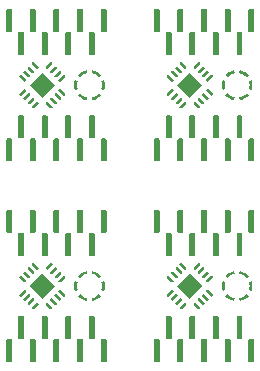
<source format=gtp>
G75*
%FSLAX44Y44*%
%MOMM*%

G36*
X-44367Y-81409D2*
X-46716Y-80554D1*
X-47304Y-82751D1*
X-47500Y-85000D1*
X-47304Y-87249D1*
X-46716Y-89446D1*
X-44367Y-88591D1*
X-44842Y-86817D1*
X-45000Y-85000D1*
X-44842Y-83183D1*
X-44367Y-81409D1*
G37*

G36*
X-42543Y-91749D2*
X-44459Y-93356D1*
X-42850Y-94964D1*
X-41000Y-96258D1*
X-38954Y-97213D1*
X-36757Y-97803D1*
X-36323Y-95340D1*
X-38098Y-94864D1*
X-39750Y-94093D1*
X-41244Y-93048D1*
X-42543Y-91749D1*
G37*

G36*
X-32677Y-95340D2*
X-32243Y-97803D1*
X-30046Y-97213D1*
X-28000Y-96258D1*
X-26150Y-94964D1*
X-24541Y-93356D1*
X-26457Y-91749D1*
X-27756Y-93048D1*
X-29250Y-94093D1*
X-30902Y-94864D1*
X-32677Y-95340D1*
G37*

G36*
X-24633Y-88591D2*
X-22284Y-89446D1*
X-21696Y-87249D1*
X-21500Y-85000D1*
X-21696Y-82751D1*
X-22284Y-80554D1*
X-24633Y-81409D1*
X-24158Y-83183D1*
X-24000Y-85000D1*
X-24158Y-86817D1*
X-24633Y-88591D1*
G37*

G36*
X-26457Y-78251D2*
X-24541Y-76644D1*
X-26150Y-75036D1*
X-28000Y-73742D1*
X-30046Y-72787D1*
X-32243Y-72197D1*
X-32677Y-74660D1*
X-30902Y-75136D1*
X-29250Y-75907D1*
X-27756Y-76952D1*
X-26457Y-78251D1*
G37*

G36*
X-36323Y-74660D2*
X-36757Y-72197D1*
X-38954Y-72787D1*
X-41000Y-73742D1*
X-42850Y-75036D1*
X-44459Y-76644D1*
X-42543Y-78251D1*
X-41244Y-76952D1*
X-39750Y-75907D1*
X-38098Y-75136D1*
X-36323Y-74660D1*
G37*

G36*
X-88784Y-88394D2*
X-89491Y-88101D1*
X-90198Y-88394D1*
X-93733Y-91930D1*
X-94026Y-92637D1*
X-93733Y-93344D1*
X-93450Y-93627D1*
X-92743Y-93920D1*
X-92036Y-93627D1*
X-88501Y-90091D1*
X-88208Y-89384D1*
X-88501Y-88677D1*
X-88784Y-88394D1*
G37*

G36*
X-85248Y-91930D2*
X-85955Y-91637D1*
X-86662Y-91930D1*
X-90198Y-95465D1*
X-90491Y-96172D1*
X-90198Y-96879D1*
X-89915Y-97162D1*
X-89208Y-97455D1*
X-88501Y-97162D1*
X-84965Y-93627D1*
X-84672Y-92920D1*
X-84965Y-92212D1*
X-85248Y-91930D1*
G37*

G36*
X-81712Y-95465D2*
X-82420Y-95172D1*
X-83127Y-95465D1*
X-86662Y-99001D1*
X-86955Y-99708D1*
X-86662Y-100415D1*
X-86379Y-100698D1*
X-85672Y-100991D1*
X-84965Y-100698D1*
X-81430Y-97162D1*
X-81137Y-96455D1*
X-81430Y-95748D1*
X-81712Y-95465D1*
G37*

G36*
X-78177Y-99001D2*
X-78884Y-98708D1*
X-79591Y-99001D1*
X-83127Y-102536D1*
X-83420Y-103243D1*
X-83127Y-103950D1*
X-82844Y-104233D1*
X-82137Y-104526D1*
X-81430Y-104233D1*
X-77894Y-100698D1*
X-77601Y-99991D1*
X-77894Y-99284D1*
X-78177Y-99001D1*
G37*

G36*
X-71106Y-99284D2*
X-71399Y-99991D1*
X-71106Y-100698D1*
X-67570Y-104233D1*
X-66863Y-104526D1*
X-66156Y-104233D1*
X-65873Y-103950D1*
X-65580Y-103243D1*
X-65873Y-102536D1*
X-69409Y-99001D1*
X-70116Y-98708D1*
X-70823Y-99001D1*
X-71106Y-99284D1*
G37*

G36*
X-67570Y-95748D2*
X-67863Y-96455D1*
X-67570Y-97162D1*
X-64035Y-100698D1*
X-63328Y-100991D1*
X-62621Y-100698D1*
X-62338Y-100415D1*
X-62045Y-99708D1*
X-62338Y-99001D1*
X-65873Y-95465D1*
X-66580Y-95172D1*
X-67288Y-95465D1*
X-67570Y-95748D1*
G37*

G36*
X-64035Y-92212D2*
X-64328Y-92920D1*
X-64035Y-93627D1*
X-60499Y-97162D1*
X-59792Y-97455D1*
X-59085Y-97162D1*
X-58802Y-96879D1*
X-58509Y-96172D1*
X-58802Y-95465D1*
X-62338Y-91930D1*
X-63045Y-91637D1*
X-63752Y-91930D1*
X-64035Y-92212D1*
G37*

G36*
X-60499Y-88677D2*
X-60792Y-89384D1*
X-60499Y-90091D1*
X-56964Y-93627D1*
X-56257Y-93920D1*
X-55550Y-93627D1*
X-55267Y-93344D1*
X-54974Y-92637D1*
X-55267Y-91930D1*
X-58802Y-88394D1*
X-59509Y-88101D1*
X-60216Y-88394D1*
X-60499Y-88677D1*
G37*

G36*
X-60216Y-81606D2*
X-59509Y-81899D1*
X-58802Y-81606D1*
X-55267Y-78070D1*
X-54974Y-77363D1*
X-55267Y-76656D1*
X-55550Y-76373D1*
X-56257Y-76080D1*
X-56964Y-76373D1*
X-60499Y-79909D1*
X-60792Y-80616D1*
X-60499Y-81323D1*
X-60216Y-81606D1*
G37*

G36*
X-63752Y-78070D2*
X-63045Y-78363D1*
X-62338Y-78070D1*
X-58802Y-74535D1*
X-58509Y-73828D1*
X-58802Y-73121D1*
X-59085Y-72838D1*
X-59792Y-72545D1*
X-60499Y-72838D1*
X-64035Y-76373D1*
X-64328Y-77080D1*
X-64035Y-77788D1*
X-63752Y-78070D1*
G37*

G36*
X-67288Y-74535D2*
X-66580Y-74828D1*
X-65873Y-74535D1*
X-62338Y-70999D1*
X-62045Y-70292D1*
X-62338Y-69585D1*
X-62621Y-69302D1*
X-63328Y-69009D1*
X-64035Y-69302D1*
X-67570Y-72838D1*
X-67863Y-73545D1*
X-67570Y-74252D1*
X-67288Y-74535D1*
G37*

G36*
X-70823Y-70999D2*
X-70116Y-71292D1*
X-69409Y-70999D1*
X-65873Y-67464D1*
X-65580Y-66757D1*
X-65873Y-66050D1*
X-66156Y-65767D1*
X-66863Y-65474D1*
X-67570Y-65767D1*
X-71106Y-69302D1*
X-71399Y-70009D1*
X-71106Y-70716D1*
X-70823Y-70999D1*
G37*

G36*
X-77894Y-70716D2*
X-77601Y-70009D1*
X-77894Y-69302D1*
X-81430Y-65767D1*
X-82137Y-65474D1*
X-82844Y-65767D1*
X-83127Y-66050D1*
X-83420Y-66757D1*
X-83127Y-67464D1*
X-79591Y-70999D1*
X-78884Y-71292D1*
X-78177Y-70999D1*
X-77894Y-70716D1*
G37*

G36*
X-81430Y-74252D2*
X-81137Y-73545D1*
X-81430Y-72838D1*
X-84965Y-69302D1*
X-85672Y-69009D1*
X-86379Y-69302D1*
X-86662Y-69585D1*
X-86955Y-70292D1*
X-86662Y-70999D1*
X-83127Y-74535D1*
X-82420Y-74828D1*
X-81712Y-74535D1*
X-81430Y-74252D1*
G37*

G36*
X-84965Y-77788D2*
X-84672Y-77080D1*
X-84965Y-76373D1*
X-88501Y-72838D1*
X-89208Y-72545D1*
X-89915Y-72838D1*
X-90198Y-73121D1*
X-90491Y-73828D1*
X-90198Y-74535D1*
X-86662Y-78070D1*
X-85955Y-78363D1*
X-85248Y-78070D1*
X-84965Y-77788D1*
G37*

G36*
X-88501Y-81323D2*
X-88208Y-80616D1*
X-88501Y-79909D1*
X-92036Y-76373D1*
X-92743Y-76080D1*
X-93450Y-76373D1*
X-93733Y-76656D1*
X-94026Y-77363D1*
X-93733Y-78070D1*
X-90198Y-81606D1*
X-89491Y-81899D1*
X-88784Y-81606D1*
X-88501Y-81323D1*
G37*

G36*
X-74500Y-74393D2*
X-63893Y-85000D1*
X-74500Y-95607D1*
X-85107Y-85000D1*
X-74500Y-74393D1*
G37*

G36*
X-104000Y-130000D2*
X-104707Y-130293D1*
X-105000Y-131000D1*
Y-148500D1*
X-104707Y-149207D1*
X-104000Y-149500D1*
X-101000D1*
X-100293Y-149207D1*
X-100000Y-148500D1*
Y-131000D1*
X-100293Y-130293D1*
X-101000Y-130000D1*
X-104000D1*
G37*

G36*
X-94000Y-110500D2*
X-94707Y-110793D1*
X-95000Y-111500D1*
Y-129000D1*
X-94707Y-129707D1*
X-94000Y-130000D1*
X-91000D1*
X-90293Y-129707D1*
X-90000Y-129000D1*
Y-111500D1*
X-90293Y-110793D1*
X-91000Y-110500D1*
X-94000D1*
G37*

G36*
X-84000Y-130000D2*
X-84707Y-130293D1*
X-85000Y-131000D1*
Y-148500D1*
X-84707Y-149207D1*
X-84000Y-149500D1*
X-81000D1*
X-80293Y-149207D1*
X-80000Y-148500D1*
Y-131000D1*
X-80293Y-130293D1*
X-81000Y-130000D1*
X-84000D1*
G37*

G36*
X-74000Y-110500D2*
X-74707Y-110793D1*
X-75000Y-111500D1*
Y-129000D1*
X-74707Y-129707D1*
X-74000Y-130000D1*
X-71000D1*
X-70293Y-129707D1*
X-70000Y-129000D1*
Y-111500D1*
X-70293Y-110793D1*
X-71000Y-110500D1*
X-74000D1*
G37*

G36*
X-64000Y-130000D2*
X-64707Y-130293D1*
X-65000Y-131000D1*
Y-148500D1*
X-64707Y-149207D1*
X-64000Y-149500D1*
X-61000D1*
X-60293Y-149207D1*
X-60000Y-148500D1*
Y-131000D1*
X-60293Y-130293D1*
X-61000Y-130000D1*
X-64000D1*
G37*

G36*
X-54000Y-110500D2*
X-54707Y-110793D1*
X-55000Y-111500D1*
Y-129000D1*
X-54707Y-129707D1*
X-54000Y-130000D1*
X-51000D1*
X-50293Y-129707D1*
X-50000Y-129000D1*
Y-111500D1*
X-50293Y-110793D1*
X-51000Y-110500D1*
X-54000D1*
G37*

G36*
X-44000Y-130000D2*
X-44707Y-130293D1*
X-45000Y-131000D1*
Y-148500D1*
X-44707Y-149207D1*
X-44000Y-149500D1*
X-41000D1*
X-40293Y-149207D1*
X-40000Y-148500D1*
Y-131000D1*
X-40293Y-130293D1*
X-41000Y-130000D1*
X-44000D1*
G37*

G36*
X-34000Y-110500D2*
X-34707Y-110793D1*
X-35000Y-111500D1*
Y-129000D1*
X-34707Y-129707D1*
X-34000Y-130000D1*
X-31000D1*
X-30293Y-129707D1*
X-30000Y-129000D1*
Y-111500D1*
X-30293Y-110793D1*
X-31000Y-110500D1*
X-34000D1*
G37*

G36*
X-24000Y-130000D2*
X-24707Y-130293D1*
X-25000Y-131000D1*
Y-148500D1*
X-24707Y-149207D1*
X-24000Y-149500D1*
X-21000D1*
X-20293Y-149207D1*
X-20000Y-148500D1*
Y-131000D1*
X-20293Y-130293D1*
X-21000Y-130000D1*
X-24000D1*
G37*

G36*
X-104000Y-20500D2*
X-104707Y-20793D1*
X-105000Y-21500D1*
Y-39000D1*
X-104707Y-39707D1*
X-104000Y-40000D1*
X-101000D1*
X-100293Y-39707D1*
X-100000Y-39000D1*
Y-21500D1*
X-100293Y-20793D1*
X-101000Y-20500D1*
X-104000D1*
G37*

G36*
X-94000Y-40000D2*
X-94707Y-40293D1*
X-95000Y-41000D1*
Y-58500D1*
X-94707Y-59207D1*
X-94000Y-59500D1*
X-91000D1*
X-90293Y-59207D1*
X-90000Y-58500D1*
Y-41000D1*
X-90293Y-40293D1*
X-91000Y-40000D1*
X-94000D1*
G37*

G36*
X-84000Y-20500D2*
X-84707Y-20793D1*
X-85000Y-21500D1*
Y-39000D1*
X-84707Y-39707D1*
X-84000Y-40000D1*
X-81000D1*
X-80293Y-39707D1*
X-80000Y-39000D1*
Y-21500D1*
X-80293Y-20793D1*
X-81000Y-20500D1*
X-84000D1*
G37*

G36*
X-74000Y-40000D2*
X-74707Y-40293D1*
X-75000Y-41000D1*
Y-58500D1*
X-74707Y-59207D1*
X-74000Y-59500D1*
X-71000D1*
X-70293Y-59207D1*
X-70000Y-58500D1*
Y-41000D1*
X-70293Y-40293D1*
X-71000Y-40000D1*
X-74000D1*
G37*

G36*
X-64000Y-20500D2*
X-64707Y-20793D1*
X-65000Y-21500D1*
Y-39000D1*
X-64707Y-39707D1*
X-64000Y-40000D1*
X-61000D1*
X-60293Y-39707D1*
X-60000Y-39000D1*
Y-21500D1*
X-60293Y-20793D1*
X-61000Y-20500D1*
X-64000D1*
G37*

G36*
X-54000Y-40000D2*
X-54707Y-40293D1*
X-55000Y-41000D1*
Y-58500D1*
X-54707Y-59207D1*
X-54000Y-59500D1*
X-51000D1*
X-50293Y-59207D1*
X-50000Y-58500D1*
Y-41000D1*
X-50293Y-40293D1*
X-51000Y-40000D1*
X-54000D1*
G37*

G36*
X-44000Y-20500D2*
X-44707Y-20793D1*
X-45000Y-21500D1*
Y-39000D1*
X-44707Y-39707D1*
X-44000Y-40000D1*
X-41000D1*
X-40293Y-39707D1*
X-40000Y-39000D1*
Y-21500D1*
X-40293Y-20793D1*
X-41000Y-20500D1*
X-44000D1*
G37*

G36*
X-34000Y-40000D2*
X-34707Y-40293D1*
X-35000Y-41000D1*
Y-58500D1*
X-34707Y-59207D1*
X-34000Y-59500D1*
X-31000D1*
X-30293Y-59207D1*
X-30000Y-58500D1*
Y-41000D1*
X-30293Y-40293D1*
X-31000Y-40000D1*
X-34000D1*
G37*

G36*
X-24000Y-20500D2*
X-24707Y-20793D1*
X-25000Y-21500D1*
Y-39000D1*
X-24707Y-39707D1*
X-24000Y-40000D1*
X-21000D1*
X-20293Y-39707D1*
X-20000Y-39000D1*
Y-21500D1*
X-20293Y-20793D1*
X-21000Y-20500D1*
X-24000D1*
G37*

G36*
X80633Y-81409D2*
X78284Y-80554D1*
X77696Y-82751D1*
X77500Y-85000D1*
X77696Y-87249D1*
X78284Y-89446D1*
X80633Y-88591D1*
X80158Y-86817D1*
X80000Y-85000D1*
X80158Y-83183D1*
X80633Y-81409D1*
G37*

G36*
X82457Y-91749D2*
X80541Y-93356D1*
X82150Y-94964D1*
X84000Y-96258D1*
X86046Y-97213D1*
X88243Y-97803D1*
X88677Y-95340D1*
X86902Y-94864D1*
X85250Y-94093D1*
X83756Y-93048D1*
X82457Y-91749D1*
G37*

G36*
X92323Y-95340D2*
X92757Y-97803D1*
X94954Y-97213D1*
X97000Y-96258D1*
X98850Y-94964D1*
X100459Y-93356D1*
X98543Y-91749D1*
X97244Y-93048D1*
X95750Y-94093D1*
X94098Y-94864D1*
X92323Y-95340D1*
G37*

G36*
X100367Y-88591D2*
X102716Y-89446D1*
X103304Y-87249D1*
X103500Y-85000D1*
X103304Y-82751D1*
X102716Y-80554D1*
X100367Y-81409D1*
X100842Y-83183D1*
X101000Y-85000D1*
X100842Y-86817D1*
X100367Y-88591D1*
G37*

G36*
X98543Y-78251D2*
X100459Y-76644D1*
X98850Y-75036D1*
X97000Y-73742D1*
X94954Y-72787D1*
X92757Y-72197D1*
X92323Y-74660D1*
X94098Y-75136D1*
X95750Y-75907D1*
X97244Y-76952D1*
X98543Y-78251D1*
G37*

G36*
X88677Y-74660D2*
X88243Y-72197D1*
X86046Y-72787D1*
X84000Y-73742D1*
X82150Y-75036D1*
X80541Y-76644D1*
X82457Y-78251D1*
X83756Y-76952D1*
X85250Y-75907D1*
X86902Y-75136D1*
X88677Y-74660D1*
G37*

G36*
X36216Y-88394D2*
X35509Y-88101D1*
X34802Y-88394D1*
X31267Y-91930D1*
X30974Y-92637D1*
X31267Y-93344D1*
X31550Y-93627D1*
X32257Y-93920D1*
X32964Y-93627D1*
X36499Y-90091D1*
X36792Y-89384D1*
X36499Y-88677D1*
X36216Y-88394D1*
G37*

G36*
X39752Y-91930D2*
X39045Y-91637D1*
X38338Y-91930D1*
X34802Y-95465D1*
X34509Y-96172D1*
X34802Y-96879D1*
X35085Y-97162D1*
X35792Y-97455D1*
X36499Y-97162D1*
X40035Y-93627D1*
X40328Y-92920D1*
X40035Y-92212D1*
X39752Y-91930D1*
G37*

G36*
X43288Y-95465D2*
X42580Y-95172D1*
X41873Y-95465D1*
X38338Y-99001D1*
X38045Y-99708D1*
X38338Y-100415D1*
X38621Y-100698D1*
X39328Y-100991D1*
X40035Y-100698D1*
X43570Y-97162D1*
X43863Y-96455D1*
X43570Y-95748D1*
X43288Y-95465D1*
G37*

G36*
X46823Y-99001D2*
X46116Y-98708D1*
X45409Y-99001D1*
X41873Y-102536D1*
X41580Y-103243D1*
X41873Y-103950D1*
X42156Y-104233D1*
X42863Y-104526D1*
X43570Y-104233D1*
X47106Y-100698D1*
X47399Y-99991D1*
X47106Y-99284D1*
X46823Y-99001D1*
G37*

G36*
X53894Y-99284D2*
X53601Y-99991D1*
X53894Y-100698D1*
X57430Y-104233D1*
X58137Y-104526D1*
X58844Y-104233D1*
X59127Y-103950D1*
X59420Y-103243D1*
X59127Y-102536D1*
X55591Y-99001D1*
X54884Y-98708D1*
X54177Y-99001D1*
X53894Y-99284D1*
G37*

G36*
X57430Y-95748D2*
X57137Y-96455D1*
X57430Y-97162D1*
X60965Y-100698D1*
X61672Y-100991D1*
X62379Y-100698D1*
X62662Y-100415D1*
X62955Y-99708D1*
X62662Y-99001D1*
X59127Y-95465D1*
X58420Y-95172D1*
X57712Y-95465D1*
X57430Y-95748D1*
G37*

G36*
X60965Y-92212D2*
X60672Y-92920D1*
X60965Y-93627D1*
X64501Y-97162D1*
X65208Y-97455D1*
X65915Y-97162D1*
X66198Y-96879D1*
X66491Y-96172D1*
X66198Y-95465D1*
X62662Y-91930D1*
X61955Y-91637D1*
X61248Y-91930D1*
X60965Y-92212D1*
G37*

G36*
X64501Y-88677D2*
X64208Y-89384D1*
X64501Y-90091D1*
X68036Y-93627D1*
X68743Y-93920D1*
X69450Y-93627D1*
X69733Y-93344D1*
X70026Y-92637D1*
X69733Y-91930D1*
X66198Y-88394D1*
X65491Y-88101D1*
X64784Y-88394D1*
X64501Y-88677D1*
G37*

G36*
X64784Y-81606D2*
X65491Y-81899D1*
X66198Y-81606D1*
X69733Y-78070D1*
X70026Y-77363D1*
X69733Y-76656D1*
X69450Y-76373D1*
X68743Y-76080D1*
X68036Y-76373D1*
X64501Y-79909D1*
X64208Y-80616D1*
X64501Y-81323D1*
X64784Y-81606D1*
G37*

G36*
X61248Y-78070D2*
X61955Y-78363D1*
X62662Y-78070D1*
X66198Y-74535D1*
X66491Y-73828D1*
X66198Y-73121D1*
X65915Y-72838D1*
X65208Y-72545D1*
X64501Y-72838D1*
X60965Y-76373D1*
X60672Y-77080D1*
X60965Y-77788D1*
X61248Y-78070D1*
G37*

G36*
X57712Y-74535D2*
X58420Y-74828D1*
X59127Y-74535D1*
X62662Y-70999D1*
X62955Y-70292D1*
X62662Y-69585D1*
X62379Y-69302D1*
X61672Y-69009D1*
X60965Y-69302D1*
X57430Y-72838D1*
X57137Y-73545D1*
X57430Y-74252D1*
X57712Y-74535D1*
G37*

G36*
X54177Y-70999D2*
X54884Y-71292D1*
X55591Y-70999D1*
X59127Y-67464D1*
X59420Y-66757D1*
X59127Y-66050D1*
X58844Y-65767D1*
X58137Y-65474D1*
X57430Y-65767D1*
X53894Y-69302D1*
X53601Y-70009D1*
X53894Y-70716D1*
X54177Y-70999D1*
G37*

G36*
X47106Y-70716D2*
X47399Y-70009D1*
X47106Y-69302D1*
X43570Y-65767D1*
X42863Y-65474D1*
X42156Y-65767D1*
X41873Y-66050D1*
X41580Y-66757D1*
X41873Y-67464D1*
X45409Y-70999D1*
X46116Y-71292D1*
X46823Y-70999D1*
X47106Y-70716D1*
G37*

G36*
X43570Y-74252D2*
X43863Y-73545D1*
X43570Y-72838D1*
X40035Y-69302D1*
X39328Y-69009D1*
X38621Y-69302D1*
X38338Y-69585D1*
X38045Y-70292D1*
X38338Y-70999D1*
X41873Y-74535D1*
X42580Y-74828D1*
X43288Y-74535D1*
X43570Y-74252D1*
G37*

G36*
X40035Y-77788D2*
X40328Y-77080D1*
X40035Y-76373D1*
X36499Y-72838D1*
X35792Y-72545D1*
X35085Y-72838D1*
X34802Y-73121D1*
X34509Y-73828D1*
X34802Y-74535D1*
X38338Y-78070D1*
X39045Y-78363D1*
X39752Y-78070D1*
X40035Y-77788D1*
G37*

G36*
X36499Y-81323D2*
X36792Y-80616D1*
X36499Y-79909D1*
X32964Y-76373D1*
X32257Y-76080D1*
X31550Y-76373D1*
X31267Y-76656D1*
X30974Y-77363D1*
X31267Y-78070D1*
X34802Y-81606D1*
X35509Y-81899D1*
X36216Y-81606D1*
X36499Y-81323D1*
G37*

G36*
X50500Y-74393D2*
X61107Y-85000D1*
X50500Y-95607D1*
X39893Y-85000D1*
X50500Y-74393D1*
G37*

G36*
X21000Y-130000D2*
X20293Y-130293D1*
X20000Y-131000D1*
Y-148500D1*
X20293Y-149207D1*
X21000Y-149500D1*
X24000D1*
X24707Y-149207D1*
X25000Y-148500D1*
Y-131000D1*
X24707Y-130293D1*
X24000Y-130000D1*
X21000D1*
G37*

G36*
X31000Y-110500D2*
X30293Y-110793D1*
X30000Y-111500D1*
Y-129000D1*
X30293Y-129707D1*
X31000Y-130000D1*
X34000D1*
X34707Y-129707D1*
X35000Y-129000D1*
Y-111500D1*
X34707Y-110793D1*
X34000Y-110500D1*
X31000D1*
G37*

G36*
X41000Y-130000D2*
X40293Y-130293D1*
X40000Y-131000D1*
Y-148500D1*
X40293Y-149207D1*
X41000Y-149500D1*
X44000D1*
X44707Y-149207D1*
X45000Y-148500D1*
Y-131000D1*
X44707Y-130293D1*
X44000Y-130000D1*
X41000D1*
G37*

G36*
X51000Y-110500D2*
X50293Y-110793D1*
X50000Y-111500D1*
Y-129000D1*
X50293Y-129707D1*
X51000Y-130000D1*
X54000D1*
X54707Y-129707D1*
X55000Y-129000D1*
Y-111500D1*
X54707Y-110793D1*
X54000Y-110500D1*
X51000D1*
G37*

G36*
X61000Y-130000D2*
X60293Y-130293D1*
X60000Y-131000D1*
Y-148500D1*
X60293Y-149207D1*
X61000Y-149500D1*
X64000D1*
X64707Y-149207D1*
X65000Y-148500D1*
Y-131000D1*
X64707Y-130293D1*
X64000Y-130000D1*
X61000D1*
G37*

G36*
X71000Y-110500D2*
X70293Y-110793D1*
X70000Y-111500D1*
Y-129000D1*
X70293Y-129707D1*
X71000Y-130000D1*
X74000D1*
X74707Y-129707D1*
X75000Y-129000D1*
Y-111500D1*
X74707Y-110793D1*
X74000Y-110500D1*
X71000D1*
G37*

G36*
X81000Y-130000D2*
X80293Y-130293D1*
X80000Y-131000D1*
Y-148500D1*
X80293Y-149207D1*
X81000Y-149500D1*
X84000D1*
X84707Y-149207D1*
X85000Y-148500D1*
Y-131000D1*
X84707Y-130293D1*
X84000Y-130000D1*
X81000D1*
G37*

G36*
X91000Y-110500D2*
X90293Y-110793D1*
X90000Y-111500D1*
Y-129000D1*
X90293Y-129707D1*
X91000Y-130000D1*
X94000D1*
X94707Y-129707D1*
X95000Y-129000D1*
Y-111500D1*
X94707Y-110793D1*
X94000Y-110500D1*
X91000D1*
G37*

G36*
X101000Y-130000D2*
X100293Y-130293D1*
X100000Y-131000D1*
Y-148500D1*
X100293Y-149207D1*
X101000Y-149500D1*
X104000D1*
X104707Y-149207D1*
X105000Y-148500D1*
Y-131000D1*
X104707Y-130293D1*
X104000Y-130000D1*
X101000D1*
G37*

G36*
X21000Y-20500D2*
X20293Y-20793D1*
X20000Y-21500D1*
Y-39000D1*
X20293Y-39707D1*
X21000Y-40000D1*
X24000D1*
X24707Y-39707D1*
X25000Y-39000D1*
Y-21500D1*
X24707Y-20793D1*
X24000Y-20500D1*
X21000D1*
G37*

G36*
X31000Y-40000D2*
X30293Y-40293D1*
X30000Y-41000D1*
Y-58500D1*
X30293Y-59207D1*
X31000Y-59500D1*
X34000D1*
X34707Y-59207D1*
X35000Y-58500D1*
Y-41000D1*
X34707Y-40293D1*
X34000Y-40000D1*
X31000D1*
G37*

G36*
X41000Y-20500D2*
X40293Y-20793D1*
X40000Y-21500D1*
Y-39000D1*
X40293Y-39707D1*
X41000Y-40000D1*
X44000D1*
X44707Y-39707D1*
X45000Y-39000D1*
Y-21500D1*
X44707Y-20793D1*
X44000Y-20500D1*
X41000D1*
G37*

G36*
X51000Y-40000D2*
X50293Y-40293D1*
X50000Y-41000D1*
Y-58500D1*
X50293Y-59207D1*
X51000Y-59500D1*
X54000D1*
X54707Y-59207D1*
X55000Y-58500D1*
Y-41000D1*
X54707Y-40293D1*
X54000Y-40000D1*
X51000D1*
G37*

G36*
X61000Y-20500D2*
X60293Y-20793D1*
X60000Y-21500D1*
Y-39000D1*
X60293Y-39707D1*
X61000Y-40000D1*
X64000D1*
X64707Y-39707D1*
X65000Y-39000D1*
Y-21500D1*
X64707Y-20793D1*
X64000Y-20500D1*
X61000D1*
G37*

G36*
X71000Y-40000D2*
X70293Y-40293D1*
X70000Y-41000D1*
Y-58500D1*
X70293Y-59207D1*
X71000Y-59500D1*
X74000D1*
X74707Y-59207D1*
X75000Y-58500D1*
Y-41000D1*
X74707Y-40293D1*
X74000Y-40000D1*
X71000D1*
G37*

G36*
X81000Y-20500D2*
X80293Y-20793D1*
X80000Y-21500D1*
Y-39000D1*
X80293Y-39707D1*
X81000Y-40000D1*
X84000D1*
X84707Y-39707D1*
X85000Y-39000D1*
Y-21500D1*
X84707Y-20793D1*
X84000Y-20500D1*
X81000D1*
G37*

G36*
X91000Y-40000D2*
X90293Y-40293D1*
X90000Y-41000D1*
Y-58500D1*
X90293Y-59207D1*
X91000Y-59500D1*
X94000D1*
X94707Y-59207D1*
X95000Y-58500D1*
Y-41000D1*
X94707Y-40293D1*
X94000Y-40000D1*
X91000D1*
G37*

G36*
X101000Y-20500D2*
X100293Y-20793D1*
X100000Y-21500D1*
Y-39000D1*
X100293Y-39707D1*
X101000Y-40000D1*
X104000D1*
X104707Y-39707D1*
X105000Y-39000D1*
Y-21500D1*
X104707Y-20793D1*
X104000Y-20500D1*
X101000D1*
G37*

G36*
X-44367Y88591D2*
X-46716Y89446D1*
X-47304Y87249D1*
X-47500Y85000D1*
X-47304Y82751D1*
X-46716Y80554D1*
X-44367Y81409D1*
X-44842Y83183D1*
X-45000Y85000D1*
X-44842Y86817D1*
X-44367Y88591D1*
G37*

G36*
X-42543Y78251D2*
X-44459Y76644D1*
X-42850Y75036D1*
X-41000Y73742D1*
X-38954Y72787D1*
X-36757Y72197D1*
X-36323Y74660D1*
X-38098Y75136D1*
X-39750Y75907D1*
X-41244Y76952D1*
X-42543Y78251D1*
G37*

G36*
X-32677Y74660D2*
X-32243Y72197D1*
X-30046Y72787D1*
X-28000Y73742D1*
X-26150Y75036D1*
X-24541Y76644D1*
X-26457Y78251D1*
X-27756Y76952D1*
X-29250Y75907D1*
X-30902Y75136D1*
X-32677Y74660D1*
G37*

G36*
X-24633Y81409D2*
X-22284Y80554D1*
X-21696Y82751D1*
X-21500Y85000D1*
X-21696Y87249D1*
X-22284Y89446D1*
X-24633Y88591D1*
X-24158Y86817D1*
X-24000Y85000D1*
X-24158Y83183D1*
X-24633Y81409D1*
G37*

G36*
X-26457Y91749D2*
X-24541Y93356D1*
X-26150Y94964D1*
X-28000Y96258D1*
X-30046Y97213D1*
X-32243Y97803D1*
X-32677Y95340D1*
X-30902Y94864D1*
X-29250Y94093D1*
X-27756Y93048D1*
X-26457Y91749D1*
G37*

G36*
X-36323Y95340D2*
X-36757Y97803D1*
X-38954Y97213D1*
X-41000Y96258D1*
X-42850Y94964D1*
X-44459Y93356D1*
X-42543Y91749D1*
X-41244Y93048D1*
X-39750Y94093D1*
X-38098Y94864D1*
X-36323Y95340D1*
G37*

G36*
X-88784Y81606D2*
X-89491Y81899D1*
X-90198Y81606D1*
X-93733Y78070D1*
X-94026Y77363D1*
X-93733Y76656D1*
X-93450Y76373D1*
X-92743Y76080D1*
X-92036Y76373D1*
X-88501Y79909D1*
X-88208Y80616D1*
X-88501Y81323D1*
X-88784Y81606D1*
G37*

G36*
X-85248Y78070D2*
X-85955Y78363D1*
X-86662Y78070D1*
X-90198Y74535D1*
X-90491Y73828D1*
X-90198Y73121D1*
X-89915Y72838D1*
X-89208Y72545D1*
X-88501Y72838D1*
X-84965Y76373D1*
X-84672Y77080D1*
X-84965Y77788D1*
X-85248Y78070D1*
G37*

G36*
X-81712Y74535D2*
X-82420Y74828D1*
X-83127Y74535D1*
X-86662Y70999D1*
X-86955Y70292D1*
X-86662Y69585D1*
X-86379Y69302D1*
X-85672Y69009D1*
X-84965Y69302D1*
X-81430Y72838D1*
X-81137Y73545D1*
X-81430Y74252D1*
X-81712Y74535D1*
G37*

G36*
X-78177Y70999D2*
X-78884Y71292D1*
X-79591Y70999D1*
X-83127Y67464D1*
X-83420Y66757D1*
X-83127Y66050D1*
X-82844Y65767D1*
X-82137Y65474D1*
X-81430Y65767D1*
X-77894Y69302D1*
X-77601Y70009D1*
X-77894Y70716D1*
X-78177Y70999D1*
G37*

G36*
X-71106Y70716D2*
X-71399Y70009D1*
X-71106Y69302D1*
X-67570Y65767D1*
X-66863Y65474D1*
X-66156Y65767D1*
X-65873Y66050D1*
X-65580Y66757D1*
X-65873Y67464D1*
X-69409Y70999D1*
X-70116Y71292D1*
X-70823Y70999D1*
X-71106Y70716D1*
G37*

G36*
X-67570Y74252D2*
X-67863Y73545D1*
X-67570Y72838D1*
X-64035Y69302D1*
X-63328Y69009D1*
X-62621Y69302D1*
X-62338Y69585D1*
X-62045Y70292D1*
X-62338Y70999D1*
X-65873Y74535D1*
X-66580Y74828D1*
X-67288Y74535D1*
X-67570Y74252D1*
G37*

G36*
X-64035Y77788D2*
X-64328Y77080D1*
X-64035Y76373D1*
X-60499Y72838D1*
X-59792Y72545D1*
X-59085Y72838D1*
X-58802Y73121D1*
X-58509Y73828D1*
X-58802Y74535D1*
X-62338Y78070D1*
X-63045Y78363D1*
X-63752Y78070D1*
X-64035Y77788D1*
G37*

G36*
X-60499Y81323D2*
X-60792Y80616D1*
X-60499Y79909D1*
X-56964Y76373D1*
X-56257Y76080D1*
X-55550Y76373D1*
X-55267Y76656D1*
X-54974Y77363D1*
X-55267Y78070D1*
X-58802Y81606D1*
X-59509Y81899D1*
X-60216Y81606D1*
X-60499Y81323D1*
G37*

G36*
X-60216Y88394D2*
X-59509Y88101D1*
X-58802Y88394D1*
X-55267Y91930D1*
X-54974Y92637D1*
X-55267Y93344D1*
X-55550Y93627D1*
X-56257Y93920D1*
X-56964Y93627D1*
X-60499Y90091D1*
X-60792Y89384D1*
X-60499Y88677D1*
X-60216Y88394D1*
G37*

G36*
X-63752Y91930D2*
X-63045Y91637D1*
X-62338Y91930D1*
X-58802Y95465D1*
X-58509Y96172D1*
X-58802Y96879D1*
X-59085Y97162D1*
X-59792Y97455D1*
X-60499Y97162D1*
X-64035Y93627D1*
X-64328Y92920D1*
X-64035Y92212D1*
X-63752Y91930D1*
G37*

G36*
X-67288Y95465D2*
X-66580Y95172D1*
X-65873Y95465D1*
X-62338Y99001D1*
X-62045Y99708D1*
X-62338Y100415D1*
X-62621Y100698D1*
X-63328Y100991D1*
X-64035Y100698D1*
X-67570Y97162D1*
X-67863Y96455D1*
X-67570Y95748D1*
X-67288Y95465D1*
G37*

G36*
X-70823Y99001D2*
X-70116Y98708D1*
X-69409Y99001D1*
X-65873Y102536D1*
X-65580Y103243D1*
X-65873Y103950D1*
X-66156Y104233D1*
X-66863Y104526D1*
X-67570Y104233D1*
X-71106Y100698D1*
X-71399Y99991D1*
X-71106Y99284D1*
X-70823Y99001D1*
G37*

G36*
X-77894Y99284D2*
X-77601Y99991D1*
X-77894Y100698D1*
X-81430Y104233D1*
X-82137Y104526D1*
X-82844Y104233D1*
X-83127Y103950D1*
X-83420Y103243D1*
X-83127Y102536D1*
X-79591Y99001D1*
X-78884Y98708D1*
X-78177Y99001D1*
X-77894Y99284D1*
G37*

G36*
X-81430Y95748D2*
X-81137Y96455D1*
X-81430Y97162D1*
X-84965Y100698D1*
X-85672Y100991D1*
X-86379Y100698D1*
X-86662Y100415D1*
X-86955Y99708D1*
X-86662Y99001D1*
X-83127Y95465D1*
X-82420Y95172D1*
X-81712Y95465D1*
X-81430Y95748D1*
G37*

G36*
X-84965Y92212D2*
X-84672Y92920D1*
X-84965Y93627D1*
X-88501Y97162D1*
X-89208Y97455D1*
X-89915Y97162D1*
X-90198Y96879D1*
X-90491Y96172D1*
X-90198Y95465D1*
X-86662Y91930D1*
X-85955Y91637D1*
X-85248Y91930D1*
X-84965Y92212D1*
G37*

G36*
X-88501Y88677D2*
X-88208Y89384D1*
X-88501Y90091D1*
X-92036Y93627D1*
X-92743Y93920D1*
X-93450Y93627D1*
X-93733Y93344D1*
X-94026Y92637D1*
X-93733Y91930D1*
X-90198Y88394D1*
X-89491Y88101D1*
X-88784Y88394D1*
X-88501Y88677D1*
G37*

G36*
X-74500Y95607D2*
X-63893Y85000D1*
X-74500Y74393D1*
X-85107Y85000D1*
X-74500Y95607D1*
G37*

G36*
X-104000Y40000D2*
X-104707Y39707D1*
X-105000Y39000D1*
Y21500D1*
X-104707Y20793D1*
X-104000Y20500D1*
X-101000D1*
X-100293Y20793D1*
X-100000Y21500D1*
Y39000D1*
X-100293Y39707D1*
X-101000Y40000D1*
X-104000D1*
G37*

G36*
X-94000Y59500D2*
X-94707Y59207D1*
X-95000Y58500D1*
Y41000D1*
X-94707Y40293D1*
X-94000Y40000D1*
X-91000D1*
X-90293Y40293D1*
X-90000Y41000D1*
Y58500D1*
X-90293Y59207D1*
X-91000Y59500D1*
X-94000D1*
G37*

G36*
X-84000Y40000D2*
X-84707Y39707D1*
X-85000Y39000D1*
Y21500D1*
X-84707Y20793D1*
X-84000Y20500D1*
X-81000D1*
X-80293Y20793D1*
X-80000Y21500D1*
Y39000D1*
X-80293Y39707D1*
X-81000Y40000D1*
X-84000D1*
G37*

G36*
X-74000Y59500D2*
X-74707Y59207D1*
X-75000Y58500D1*
Y41000D1*
X-74707Y40293D1*
X-74000Y40000D1*
X-71000D1*
X-70293Y40293D1*
X-70000Y41000D1*
Y58500D1*
X-70293Y59207D1*
X-71000Y59500D1*
X-74000D1*
G37*

G36*
X-64000Y40000D2*
X-64707Y39707D1*
X-65000Y39000D1*
Y21500D1*
X-64707Y20793D1*
X-64000Y20500D1*
X-61000D1*
X-60293Y20793D1*
X-60000Y21500D1*
Y39000D1*
X-60293Y39707D1*
X-61000Y40000D1*
X-64000D1*
G37*

G36*
X-54000Y59500D2*
X-54707Y59207D1*
X-55000Y58500D1*
Y41000D1*
X-54707Y40293D1*
X-54000Y40000D1*
X-51000D1*
X-50293Y40293D1*
X-50000Y41000D1*
Y58500D1*
X-50293Y59207D1*
X-51000Y59500D1*
X-54000D1*
G37*

G36*
X-44000Y40000D2*
X-44707Y39707D1*
X-45000Y39000D1*
Y21500D1*
X-44707Y20793D1*
X-44000Y20500D1*
X-41000D1*
X-40293Y20793D1*
X-40000Y21500D1*
Y39000D1*
X-40293Y39707D1*
X-41000Y40000D1*
X-44000D1*
G37*

G36*
X-34000Y59500D2*
X-34707Y59207D1*
X-35000Y58500D1*
Y41000D1*
X-34707Y40293D1*
X-34000Y40000D1*
X-31000D1*
X-30293Y40293D1*
X-30000Y41000D1*
Y58500D1*
X-30293Y59207D1*
X-31000Y59500D1*
X-34000D1*
G37*

G36*
X-24000Y40000D2*
X-24707Y39707D1*
X-25000Y39000D1*
Y21500D1*
X-24707Y20793D1*
X-24000Y20500D1*
X-21000D1*
X-20293Y20793D1*
X-20000Y21500D1*
Y39000D1*
X-20293Y39707D1*
X-21000Y40000D1*
X-24000D1*
G37*

G36*
X-104000Y149500D2*
X-104707Y149207D1*
X-105000Y148500D1*
Y131000D1*
X-104707Y130293D1*
X-104000Y130000D1*
X-101000D1*
X-100293Y130293D1*
X-100000Y131000D1*
Y148500D1*
X-100293Y149207D1*
X-101000Y149500D1*
X-104000D1*
G37*

G36*
X-94000Y130000D2*
X-94707Y129707D1*
X-95000Y129000D1*
Y111500D1*
X-94707Y110793D1*
X-94000Y110500D1*
X-91000D1*
X-90293Y110793D1*
X-90000Y111500D1*
Y129000D1*
X-90293Y129707D1*
X-91000Y130000D1*
X-94000D1*
G37*

G36*
X-84000Y149500D2*
X-84707Y149207D1*
X-85000Y148500D1*
Y131000D1*
X-84707Y130293D1*
X-84000Y130000D1*
X-81000D1*
X-80293Y130293D1*
X-80000Y131000D1*
Y148500D1*
X-80293Y149207D1*
X-81000Y149500D1*
X-84000D1*
G37*

G36*
X-74000Y130000D2*
X-74707Y129707D1*
X-75000Y129000D1*
Y111500D1*
X-74707Y110793D1*
X-74000Y110500D1*
X-71000D1*
X-70293Y110793D1*
X-70000Y111500D1*
Y129000D1*
X-70293Y129707D1*
X-71000Y130000D1*
X-74000D1*
G37*

G36*
X-64000Y149500D2*
X-64707Y149207D1*
X-65000Y148500D1*
Y131000D1*
X-64707Y130293D1*
X-64000Y130000D1*
X-61000D1*
X-60293Y130293D1*
X-60000Y131000D1*
Y148500D1*
X-60293Y149207D1*
X-61000Y149500D1*
X-64000D1*
G37*

G36*
X-54000Y130000D2*
X-54707Y129707D1*
X-55000Y129000D1*
Y111500D1*
X-54707Y110793D1*
X-54000Y110500D1*
X-51000D1*
X-50293Y110793D1*
X-50000Y111500D1*
Y129000D1*
X-50293Y129707D1*
X-51000Y130000D1*
X-54000D1*
G37*

G36*
X-44000Y149500D2*
X-44707Y149207D1*
X-45000Y148500D1*
Y131000D1*
X-44707Y130293D1*
X-44000Y130000D1*
X-41000D1*
X-40293Y130293D1*
X-40000Y131000D1*
Y148500D1*
X-40293Y149207D1*
X-41000Y149500D1*
X-44000D1*
G37*

G36*
X-34000Y130000D2*
X-34707Y129707D1*
X-35000Y129000D1*
Y111500D1*
X-34707Y110793D1*
X-34000Y110500D1*
X-31000D1*
X-30293Y110793D1*
X-30000Y111500D1*
Y129000D1*
X-30293Y129707D1*
X-31000Y130000D1*
X-34000D1*
G37*

G36*
X-24000Y149500D2*
X-24707Y149207D1*
X-25000Y148500D1*
Y131000D1*
X-24707Y130293D1*
X-24000Y130000D1*
X-21000D1*
X-20293Y130293D1*
X-20000Y131000D1*
Y148500D1*
X-20293Y149207D1*
X-21000Y149500D1*
X-24000D1*
G37*

G36*
X80633Y88591D2*
X78284Y89446D1*
X77696Y87249D1*
X77500Y85000D1*
X77696Y82751D1*
X78284Y80554D1*
X80633Y81409D1*
X80158Y83183D1*
X80000Y85000D1*
X80158Y86817D1*
X80633Y88591D1*
G37*

G36*
X82457Y78251D2*
X80541Y76644D1*
X82150Y75036D1*
X84000Y73742D1*
X86046Y72787D1*
X88243Y72197D1*
X88677Y74660D1*
X86902Y75136D1*
X85250Y75907D1*
X83756Y76952D1*
X82457Y78251D1*
G37*

G36*
X92323Y74660D2*
X92757Y72197D1*
X94954Y72787D1*
X97000Y73742D1*
X98850Y75036D1*
X100459Y76644D1*
X98543Y78251D1*
X97244Y76952D1*
X95750Y75907D1*
X94098Y75136D1*
X92323Y74660D1*
G37*

G36*
X100367Y81409D2*
X102716Y80554D1*
X103304Y82751D1*
X103500Y85000D1*
X103304Y87249D1*
X102716Y89446D1*
X100367Y88591D1*
X100842Y86817D1*
X101000Y85000D1*
X100842Y83183D1*
X100367Y81409D1*
G37*

G36*
X98543Y91749D2*
X100459Y93356D1*
X98850Y94964D1*
X97000Y96258D1*
X94954Y97213D1*
X92757Y97803D1*
X92323Y95340D1*
X94098Y94864D1*
X95750Y94093D1*
X97244Y93048D1*
X98543Y91749D1*
G37*

G36*
X88677Y95340D2*
X88243Y97803D1*
X86046Y97213D1*
X84000Y96258D1*
X82150Y94964D1*
X80541Y93356D1*
X82457Y91749D1*
X83756Y93048D1*
X85250Y94093D1*
X86902Y94864D1*
X88677Y95340D1*
G37*

G36*
X36216Y81606D2*
X35509Y81899D1*
X34802Y81606D1*
X31267Y78070D1*
X30974Y77363D1*
X31267Y76656D1*
X31550Y76373D1*
X32257Y76080D1*
X32964Y76373D1*
X36499Y79909D1*
X36792Y80616D1*
X36499Y81323D1*
X36216Y81606D1*
G37*

G36*
X39752Y78070D2*
X39045Y78363D1*
X38338Y78070D1*
X34802Y74535D1*
X34509Y73828D1*
X34802Y73121D1*
X35085Y72838D1*
X35792Y72545D1*
X36499Y72838D1*
X40035Y76373D1*
X40328Y77080D1*
X40035Y77788D1*
X39752Y78070D1*
G37*

G36*
X43288Y74535D2*
X42580Y74828D1*
X41873Y74535D1*
X38338Y70999D1*
X38045Y70292D1*
X38338Y69585D1*
X38621Y69302D1*
X39328Y69009D1*
X40035Y69302D1*
X43570Y72838D1*
X43863Y73545D1*
X43570Y74252D1*
X43288Y74535D1*
G37*

G36*
X46823Y70999D2*
X46116Y71292D1*
X45409Y70999D1*
X41873Y67464D1*
X41580Y66757D1*
X41873Y66050D1*
X42156Y65767D1*
X42863Y65474D1*
X43570Y65767D1*
X47106Y69302D1*
X47399Y70009D1*
X47106Y70716D1*
X46823Y70999D1*
G37*

G36*
X53894Y70716D2*
X53601Y70009D1*
X53894Y69302D1*
X57430Y65767D1*
X58137Y65474D1*
X58844Y65767D1*
X59127Y66050D1*
X59420Y66757D1*
X59127Y67464D1*
X55591Y70999D1*
X54884Y71292D1*
X54177Y70999D1*
X53894Y70716D1*
G37*

G36*
X57430Y74252D2*
X57137Y73545D1*
X57430Y72838D1*
X60965Y69302D1*
X61672Y69009D1*
X62379Y69302D1*
X62662Y69585D1*
X62955Y70292D1*
X62662Y70999D1*
X59127Y74535D1*
X58420Y74828D1*
X57712Y74535D1*
X57430Y74252D1*
G37*

G36*
X60965Y77788D2*
X60672Y77080D1*
X60965Y76373D1*
X64501Y72838D1*
X65208Y72545D1*
X65915Y72838D1*
X66198Y73121D1*
X66491Y73828D1*
X66198Y74535D1*
X62662Y78070D1*
X61955Y78363D1*
X61248Y78070D1*
X60965Y77788D1*
G37*

G36*
X64501Y81323D2*
X64208Y80616D1*
X64501Y79909D1*
X68036Y76373D1*
X68743Y76080D1*
X69450Y76373D1*
X69733Y76656D1*
X70026Y77363D1*
X69733Y78070D1*
X66198Y81606D1*
X65491Y81899D1*
X64784Y81606D1*
X64501Y81323D1*
G37*

G36*
X64784Y88394D2*
X65491Y88101D1*
X66198Y88394D1*
X69733Y91930D1*
X70026Y92637D1*
X69733Y93344D1*
X69450Y93627D1*
X68743Y93920D1*
X68036Y93627D1*
X64501Y90091D1*
X64208Y89384D1*
X64501Y88677D1*
X64784Y88394D1*
G37*

G36*
X61248Y91930D2*
X61955Y91637D1*
X62662Y91930D1*
X66198Y95465D1*
X66491Y96172D1*
X66198Y96879D1*
X65915Y97162D1*
X65208Y97455D1*
X64501Y97162D1*
X60965Y93627D1*
X60672Y92920D1*
X60965Y92212D1*
X61248Y91930D1*
G37*

G36*
X57712Y95465D2*
X58420Y95172D1*
X59127Y95465D1*
X62662Y99001D1*
X62955Y99708D1*
X62662Y100415D1*
X62379Y100698D1*
X61672Y100991D1*
X60965Y100698D1*
X57430Y97162D1*
X57137Y96455D1*
X57430Y95748D1*
X57712Y95465D1*
G37*

G36*
X54177Y99001D2*
X54884Y98708D1*
X55591Y99001D1*
X59127Y102536D1*
X59420Y103243D1*
X59127Y103950D1*
X58844Y104233D1*
X58137Y104526D1*
X57430Y104233D1*
X53894Y100698D1*
X53601Y99991D1*
X53894Y99284D1*
X54177Y99001D1*
G37*

G36*
X47106Y99284D2*
X47399Y99991D1*
X47106Y100698D1*
X43570Y104233D1*
X42863Y104526D1*
X42156Y104233D1*
X41873Y103950D1*
X41580Y103243D1*
X41873Y102536D1*
X45409Y99001D1*
X46116Y98708D1*
X46823Y99001D1*
X47106Y99284D1*
G37*

G36*
X43570Y95748D2*
X43863Y96455D1*
X43570Y97162D1*
X40035Y100698D1*
X39328Y100991D1*
X38621Y100698D1*
X38338Y100415D1*
X38045Y99708D1*
X38338Y99001D1*
X41873Y95465D1*
X42580Y95172D1*
X43288Y95465D1*
X43570Y95748D1*
G37*

G36*
X40035Y92212D2*
X40328Y92920D1*
X40035Y93627D1*
X36499Y97162D1*
X35792Y97455D1*
X35085Y97162D1*
X34802Y96879D1*
X34509Y96172D1*
X34802Y95465D1*
X38338Y91930D1*
X39045Y91637D1*
X39752Y91930D1*
X40035Y92212D1*
G37*

G36*
X36499Y88677D2*
X36792Y89384D1*
X36499Y90091D1*
X32964Y93627D1*
X32257Y93920D1*
X31550Y93627D1*
X31267Y93344D1*
X30974Y92637D1*
X31267Y91930D1*
X34802Y88394D1*
X35509Y88101D1*
X36216Y88394D1*
X36499Y88677D1*
G37*

G36*
X50500Y95607D2*
X61107Y85000D1*
X50500Y74393D1*
X39893Y85000D1*
X50500Y95607D1*
G37*

G36*
X21000Y40000D2*
X20293Y39707D1*
X20000Y39000D1*
Y21500D1*
X20293Y20793D1*
X21000Y20500D1*
X24000D1*
X24707Y20793D1*
X25000Y21500D1*
Y39000D1*
X24707Y39707D1*
X24000Y40000D1*
X21000D1*
G37*

G36*
X31000Y59500D2*
X30293Y59207D1*
X30000Y58500D1*
Y41000D1*
X30293Y40293D1*
X31000Y40000D1*
X34000D1*
X34707Y40293D1*
X35000Y41000D1*
Y58500D1*
X34707Y59207D1*
X34000Y59500D1*
X31000D1*
G37*

G36*
X41000Y40000D2*
X40293Y39707D1*
X40000Y39000D1*
Y21500D1*
X40293Y20793D1*
X41000Y20500D1*
X44000D1*
X44707Y20793D1*
X45000Y21500D1*
Y39000D1*
X44707Y39707D1*
X44000Y40000D1*
X41000D1*
G37*

G36*
X51000Y59500D2*
X50293Y59207D1*
X50000Y58500D1*
Y41000D1*
X50293Y40293D1*
X51000Y40000D1*
X54000D1*
X54707Y40293D1*
X55000Y41000D1*
Y58500D1*
X54707Y59207D1*
X54000Y59500D1*
X51000D1*
G37*

G36*
X61000Y40000D2*
X60293Y39707D1*
X60000Y39000D1*
Y21500D1*
X60293Y20793D1*
X61000Y20500D1*
X64000D1*
X64707Y20793D1*
X65000Y21500D1*
Y39000D1*
X64707Y39707D1*
X64000Y40000D1*
X61000D1*
G37*

G36*
X71000Y59500D2*
X70293Y59207D1*
X70000Y58500D1*
Y41000D1*
X70293Y40293D1*
X71000Y40000D1*
X74000D1*
X74707Y40293D1*
X75000Y41000D1*
Y58500D1*
X74707Y59207D1*
X74000Y59500D1*
X71000D1*
G37*

G36*
X81000Y40000D2*
X80293Y39707D1*
X80000Y39000D1*
Y21500D1*
X80293Y20793D1*
X81000Y20500D1*
X84000D1*
X84707Y20793D1*
X85000Y21500D1*
Y39000D1*
X84707Y39707D1*
X84000Y40000D1*
X81000D1*
G37*

G36*
X91000Y59500D2*
X90293Y59207D1*
X90000Y58500D1*
Y41000D1*
X90293Y40293D1*
X91000Y40000D1*
X94000D1*
X94707Y40293D1*
X95000Y41000D1*
Y58500D1*
X94707Y59207D1*
X94000Y59500D1*
X91000D1*
G37*

G36*
X101000Y40000D2*
X100293Y39707D1*
X100000Y39000D1*
Y21500D1*
X100293Y20793D1*
X101000Y20500D1*
X104000D1*
X104707Y20793D1*
X105000Y21500D1*
Y39000D1*
X104707Y39707D1*
X104000Y40000D1*
X101000D1*
G37*

G36*
X21000Y149500D2*
X20293Y149207D1*
X20000Y148500D1*
Y131000D1*
X20293Y130293D1*
X21000Y130000D1*
X24000D1*
X24707Y130293D1*
X25000Y131000D1*
Y148500D1*
X24707Y149207D1*
X24000Y149500D1*
X21000D1*
G37*

G36*
X31000Y130000D2*
X30293Y129707D1*
X30000Y129000D1*
Y111500D1*
X30293Y110793D1*
X31000Y110500D1*
X34000D1*
X34707Y110793D1*
X35000Y111500D1*
Y129000D1*
X34707Y129707D1*
X34000Y130000D1*
X31000D1*
G37*

G36*
X41000Y149500D2*
X40293Y149207D1*
X40000Y148500D1*
Y131000D1*
X40293Y130293D1*
X41000Y130000D1*
X44000D1*
X44707Y130293D1*
X45000Y131000D1*
Y148500D1*
X44707Y149207D1*
X44000Y149500D1*
X41000D1*
G37*

G36*
X51000Y130000D2*
X50293Y129707D1*
X50000Y129000D1*
Y111500D1*
X50293Y110793D1*
X51000Y110500D1*
X54000D1*
X54707Y110793D1*
X55000Y111500D1*
Y129000D1*
X54707Y129707D1*
X54000Y130000D1*
X51000D1*
G37*

G36*
X61000Y149500D2*
X60293Y149207D1*
X60000Y148500D1*
Y131000D1*
X60293Y130293D1*
X61000Y130000D1*
X64000D1*
X64707Y130293D1*
X65000Y131000D1*
Y148500D1*
X64707Y149207D1*
X64000Y149500D1*
X61000D1*
G37*

G36*
X71000Y130000D2*
X70293Y129707D1*
X70000Y129000D1*
Y111500D1*
X70293Y110793D1*
X71000Y110500D1*
X74000D1*
X74707Y110793D1*
X75000Y111500D1*
Y129000D1*
X74707Y129707D1*
X74000Y130000D1*
X71000D1*
G37*

G36*
X81000Y149500D2*
X80293Y149207D1*
X80000Y148500D1*
Y131000D1*
X80293Y130293D1*
X81000Y130000D1*
X84000D1*
X84707Y130293D1*
X85000Y131000D1*
Y148500D1*
X84707Y149207D1*
X84000Y149500D1*
X81000D1*
G37*

G36*
X91000Y130000D2*
X90293Y129707D1*
X90000Y129000D1*
Y111500D1*
X90293Y110793D1*
X91000Y110500D1*
X94000D1*
X94707Y110793D1*
X95000Y111500D1*
Y129000D1*
X94707Y129707D1*
X94000Y130000D1*
X91000D1*
G37*

G36*
X101000Y149500D2*
X100293Y149207D1*
X100000Y148500D1*
Y131000D1*
X100293Y130293D1*
X101000Y130000D1*
X104000D1*
X104707Y130293D1*
X105000Y131000D1*
Y148500D1*
X104707Y149207D1*
X104000Y149500D1*
X101000D1*
G37*

M02*

</source>
